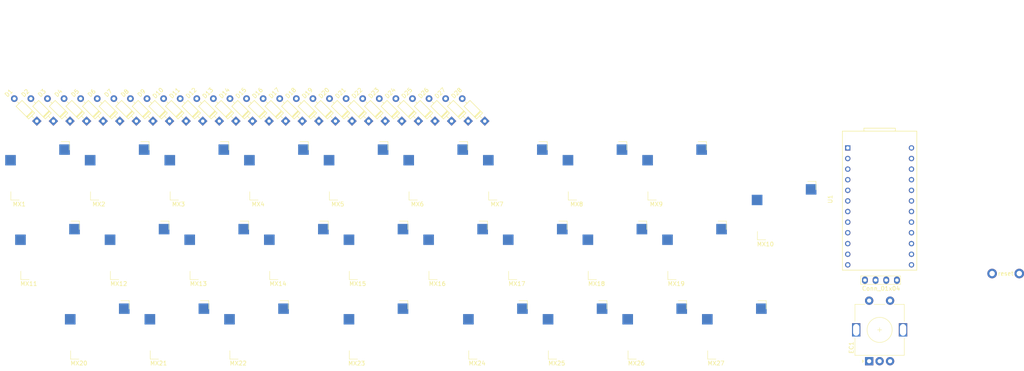
<source format=kicad_pcb>
(kicad_pcb (version 20211014) (generator pcbnew)
  (layers (0 "F.Cu" signal) (31 "B.Cu" signal) (34 "B.Paste" user) (35 "F.Paste" user) (36 "B.SilkS" user "B.Silkscreen") (37 "F.SilkS" user "F.Silkscreen") (38 "B.Mask" user) (39 "F.Mask" user) (44 "Edge.Cuts" user))
  (net 0 "")
  (net 1 "row0")
  (net 2 "Net-(D1-Pad2)")
  (net 3 "Net-(D2-Pad2)")
  (net 4 "Net-(D3-Pad2)")
  (net 5 "Net-(D4-Pad2)")
  (net 6 "Net-(D5-Pad2)")
  (net 7 "Net-(D6-Pad2)")
  (net 8 "row1")
  (net 9 "Net-(D7-Pad2)")
  (net 10 "Net-(D8-Pad2)")
  (net 11 "Net-(D9-Pad2)")
  (net 12 "Net-(D10-Pad2)")
  (net 13 "Net-(D11-Pad2)")
  (net 14 "Net-(D12-Pad2)")
  (net 15 "row2")
  (net 16 "Net-(D13-Pad2)")
  (net 17 "Net-(D14-Pad2)")
  (net 18 "Net-(D15-Pad2)")
  (net 19 "Net-(D16-Pad2)")
  (net 20 "Net-(D17-Pad2)")
  (net 21 "Net-(D18-Pad2)")
  (net 22 "row3")
  (net 23 "Net-(D19-Pad2)")
  (net 24 "Net-(D20-Pad2)")
  (net 25 "Net-(D21-Pad2)")
  (net 26 "Net-(D22-Pad2)")
  (net 27 "Net-(D23-Pad2)")
  (net 28 "Net-(D24-Pad2)")
  (net 29 "row4")
  (net 30 "Net-(D25-Pad2)")
  (net 31 "Net-(D26-Pad2)")
  (net 32 "Net-(D27-Pad2)")
  (net 33 "encrow")
  (net 34 "encB")
  (net 35 "encA")
  (net 36 "GND")
  (net 37 "enccol")
  (net 38 "VCC")
  (net 39 "scl")
  (net 40 "sda")
  (net 41 "col0")
  (net 42 "col1")
  (net 43 "col2")
  (net 44 "col4")
  (net 45 "col5")
  (net 46 "rst")
  (footprint "hannah_montana:diode" (layer "F.Cu") (at 84.1375 7.9375 135)
    (fp_text reference "D20" (at 9.499999 0 45 unlocked) (layer "F.SilkS"))
    (fp_text value "D_Small")
    (pad "1" thru_hole rect (at 0 0 135) (size 1.6 1.6) (drill 0.8) (layers *.Cu *.Mask) (net 22 "row3"))
    (pad "2" thru_hole oval (at 7.62 0 135) (size 1.6 1.6) (drill 0.8) (layers *.Cu *.Mask) (net 24 "Net-(D20-Pad2)"))
  )
  (footprint "hannah_montana:switch" (layer "F.Cu") (at 237.25625 44.45)
    (fp_text reference "SW1")
    (fp_text value "SW_Push")
    (fp_text user "reset" (at 3.25 0 unlocked) (layer "F.SilkS"))
    (pad "1" thru_hole circle (at 0 0) (size 2.3 2.3) (drill 1.3) (layers *.Cu *.Mask) (net 36 "GND"))
    (pad "2" thru_hole circle (at 6.5 0) (size 2.3 2.3) (drill 1.3) (layers *.Cu *.Mask) (net 46 "rst"))
  )
  (footprint "hannah_montana:2u" (layer "F.Cu") (at 90.4875 57.94375)
    (fp_text reference "MX23" (at -5.25 8.025 unlocked) (layer "F.SilkS"))
    (fp_text value "MX-NoLED")
    (pad "" np_thru_hole circle (at -3.81 -2.54) (size 3 3) (drill 3) (layers *.Cu *.Mask))
    (pad "" np_thru_hole circle (at -11.938 6.985) (size 3.048 3.048) (drill 3.048) (layers *.Cu *.Mask))
    (pad "" np_thru_hole circle (at 0 0) (size 3.9878 3.9878) (drill 3.9878) (layers *.Cu *.Mask))
    (pad "" np_thru_hole circle (at -5.08 0 48.0996) (size 1.75 1.75) (drill 1.75) (layers *.Cu *.Mask))
    (pad "" np_thru_hole circle (at -11.938 -8.255) (size 3.9878 3.9878) (drill 3.9878) (layers *.Cu *.Mask))
    (pad "" np_thru_hole circle (at 11.938 -8.255) (size 3.9878 3.9878) (drill 3.9878) (layers *.Cu *.Mask))
    (pad "" np_thru_hole circle (at 5.08 0 48.0996) (size 1.75 1.75) (drill 1.75) (layers *.Cu *.Mask))
    (pad "" np_thru_hole circle (at 2.54 -5.08) (size 3 3) (drill 3) (layers *.Cu *.Mask))
    (pad "" np_thru_hole circle (at 11.938 6.985) (size 3.048 3.048) (drill 3.048) (layers *.Cu *.Mask))
    (pad "1" smd rect (at -7.085 -2.54) (size 2.55 2.5) (layers "B.Cu" "B.Paste" "B.Mask") (net 44 "col4"))
    (pad "2" smd rect (at 5.842 -5.08) (size 2.55 2.5) (layers "B.Cu" "B.Paste" "B.Mask") (net 27 "Net-(D23-Pad2)"))
  )
  (footprint "hannah_montana:1u" (layer "F.Cu") (at 166.6875 38.89375)
    (fp_text reference "MX19" (at -5 8 unlocked) (layer "F.SilkS"))
    (fp_text value "MX-NoLED")
    (pad "" np_thru_hole circle (at 2.54 -5.08) (size 3 3) (drill 3) (layers *.Cu *.Mask))
    (pad "" np_thru_hole circle (at -3.81 -2.54) (size 3 3) (drill 3) (layers *.Cu *.Mask))
    (pad "" np_thru_hole circle (at -5.08 0 48.0996) (size 1.75 1.75) (drill 1.75) (layers *.Cu *.Mask))
    (pad "" np_thru_hole circle (at 5.08 0 48.0996) (size 1.75 1.75) (drill 1.75) (layers *.Cu *.Mask))
    (pad "" np_thru_hole circle (at 0 0) (size 3.9878 3.9878) (drill 3.9878) (layers *.Cu *.Mask))
    (pad "1" smd rect (at -7.085 -2.54) (size 2.55 2.5) (layers "B.Cu" "B.Paste" "B.Mask") (net 41 "col0"))
    (pad "2" smd rect (at 5.842 -5.08) (size 2.55 2.5) (layers "B.Cu" "B.Paste" "B.Mask") (net 23 "Net-(D19-Pad2)"))
  )
  (footprint "hannah_montana:diode" (layer "F.Cu") (at 72.23125 7.9375 135)
    (fp_text reference "D17" (at 9.5 0 45 unlocked) (layer "F.SilkS"))
    (fp_text value "D_Small")
    (pad "1" thru_hole rect (at 0 0 135) (size 1.6 1.6) (drill 0.8) (layers *.Cu *.Mask) (net 15 "row2"))
    (pad "2" thru_hole oval (at 7.62 0 135) (size 1.6 1.6) (drill 0.8) (layers *.Cu *.Mask) (net 20 "Net-(D17-Pad2)"))
  )
  (footprint "hannah_montana:diode" (layer "F.Cu") (at 12.7 7.9375 135)
    (fp_text reference "D2" (at 9.5 0 45 unlocked) (layer "F.SilkS"))
    (fp_text value "D_Small")
    (pad "1" thru_hole rect (at 0 0 135) (size 1.6 1.6) (drill 0.8) (layers *.Cu *.Mask) (net 1 "row0"))
    (pad "2" thru_hole oval (at 7.62 0 135) (size 1.6 1.6) (drill 0.8) (layers *.Cu *.Mask) (net 3 "Net-(D2-Pad2)"))
  )
  (footprint "hannah_montana:1u" (layer "F.Cu") (at 66.675 19.84375)
    (fp_text reference "MX4" (at -5 8 unlocked) (layer "F.SilkS"))
    (fp_text value "MX-NoLED")
    (pad "" np_thru_hole circle (at 5.08 0 48.0996) (size 1.75 1.75) (drill 1.75) (layers *.Cu *.Mask))
    (pad "" np_thru_hole circle (at 2.54 -5.08) (size 3 3) (drill 3) (layers *.Cu *.Mask))
    (pad "" np_thru_hole circle (at -3.81 -2.54) (size 3 3) (drill 3) (layers *.Cu *.Mask))
    (pad "" np_thru_hole circle (at 0 0) (size 3.9878 3.9878) (drill 3.9878) (layers *.Cu *.Mask))
    (pad "" np_thru_hole circle (at -5.08 0 48.0996) (size 1.75 1.75) (drill 1.75) (layers *.Cu *.Mask))
    (pad "1" smd rect (at -7.085 -2.54) (size 2.55 2.5) (layers "B.Cu" "B.Paste" "B.Mask") (net 37 "enccol"))
    (pad "2" smd rect (at 5.842 -5.08) (size 2.55 2.5) (layers "B.Cu" "B.Paste" "B.Mask") (net 5 "Net-(D4-Pad2)"))
  )
  (footprint "hannah_montana:diode" (layer "F.Cu") (at 44.45 7.9375 135)
    (fp_text reference "D10" (at 9.5 0 45 unlocked) (layer "F.SilkS"))
    (fp_text value "D_Small")
    (pad "1" thru_hole rect (at 0 0 135) (size 1.6 1.6) (drill 0.8) (layers *.Cu *.Mask) (net 8 "row1"))
    (pad "2" thru_hole oval (at 7.62 0 135) (size 1.6 1.6) (drill 0.8) (layers *.Cu *.Mask) (net 12 "Net-(D10-Pad2)"))
  )
  (footprint "hannah_montana:diode" (layer "F.Cu") (at 115.8875 7.9375 135)
    (fp_text reference "D28" (at 9.5 0 45 unlocked) (layer "F.SilkS"))
    (fp_text value "D_Small")
    (pad "1" thru_hole rect (at 0 0 135) (size 1.6 1.6) (drill 0.8) (layers *.Cu *.Mask) (net 29 "row4"))
    (pad "2" thru_hole oval (at 7.62 0 135) (size 1.6 1.6) (drill 0.8) (layers *.Cu *.Mask) (net 33 "encrow"))
  )
  (footprint "hannah_montana:diode" (layer "F.Cu") (at 56.35625 7.9375 135)
    (fp_text reference "D13" (at 9.5 0 45 unlocked) (layer "F.SilkS"))
    (fp_text value "D_Small")
    (pad "1" thru_hole rect (at 0 0 135) (size 1.6 1.6) (drill 0.8) (layers *.Cu *.Mask) (net 15 "row2"))
    (pad "2" thru_hole oval (at 7.62 0 135) (size 1.6 1.6) (drill 0.8) (layers *.Cu *.Mask) (net 16 "Net-(D13-Pad2)"))
  )
  (footprint "hannah_montana:1u" (layer "F.Cu") (at 104.775 19.84375)
    (fp_text reference "MX6" (at -5 8 unlocked) (layer "F.SilkS"))
    (fp_text value "MX-NoLED")
    (pad "" np_thru_hole circle (at 2.54 -5.08) (size 3 3) (drill 3) (layers *.Cu *.Mask))
    (pad "" np_thru_hole circle (at -3.81 -2.54) (size 3 3) (drill 3) (layers *.Cu *.Mask))
    (pad "" np_thru_hole circle (at -5.08 0 48.0996) (size 1.75 1.75) (drill 1.75) (layers *.Cu *.Mask))
    (pad "" np_thru_hole circle (at 5.08 0 48.0996) (size 1.75 1.75) (drill 1.75) (layers *.Cu *.Mask))
    (pad "" np_thru_hole circle (at 0 0) (size 3.9878 3.9878) (drill 3.9878) (layers *.Cu *.Mask))
    (pad "1" smd rect (at -7.085 -2.54) (size 2.55 2.5) (layers "B.Cu" "B.Paste" "B.Mask") (net 45 "col5"))
    (pad "2" smd rect (at 5.842 -5.08) (size 2.55 2.5) (layers "B.Cu" "B.Paste" "B.Mask") (net 7 "Net-(D6-Pad2)"))
  )
  (footprint "hannah_montana:diode" (layer "F.Cu") (at 32.54375 7.9375 135)
    (fp_text reference "D7" (at 9.5 0 45 unlocked) (layer "F.SilkS"))
    (fp_text value "D_Small")
    (pad "1" thru_hole rect (at 0 0 135) (size 1.6 1.6) (drill 0.8) (layers *.Cu *.Mask) (net 8 "row1"))
    (pad "2" thru_hole oval (at 7.62 0 135) (size 1.6 1.6) (drill 0.8) (layers *.Cu *.Mask) (net 9 "Net-(D7-Pad2)"))
  )
  (footprint "hannah_montana:1u" (layer "F.Cu") (at 61.9125 57.94375)
    (fp_text reference "MX22" (at -5 8 unlocked) (layer "F.SilkS"))
    (fp_text value "MX-NoLED")
    (pad "" np_thru_hole circle (at 0 0) (size 3.9878 3.9878) (drill 3.9878) (layers *.Cu *.Mask))
    (pad "" np_thru_hole circle (at 5.08 0 48.0996) (size 1.75 1.75) (drill 1.75) (layers *.Cu *.Mask))
    (pad "" np_thru_hole circle (at -3.81 -2.54) (size 3 3) (drill 3) (layers *.Cu *.Mask))
    (pad "" np_thru_hole circle (at 2.54 -5.08) (size 3 3) (drill 3) (layers *.Cu *.Mask))
    (pad "" np_thru_hole circle (at -5.08 0 48.0996) (size 1.75 1.75) (drill 1.75) (layers *.Cu *.Mask))
    (pad "1" smd rect (at -7.085 -2.54) (size 2.55 2.5) (layers "B.Cu" "B.Paste" "B.Mask") (net 37 "enccol"))
    (pad "2" smd rect (at 5.842 -5.08) (size 2.55 2.5) (layers "B.Cu" "B.Paste" "B.Mask") (net 26 "Net-(D22-Pad2)"))
  )
  (footprint "hannah_montana:diode" (layer "F.Cu") (at 16.66875 7.9375 135)
    (fp_text reference "D3" (at 9.5 0 45 unlocked) (layer "F.SilkS"))
    (fp_text value "D_Small")
    (pad "1" thru_hole rect (at 0 0 135) (size 1.6 1.6) (drill 0.8) (layers *.Cu *.Mask) (net 1 "row0"))
    (pad "2" thru_hole oval (at 7.62 0 135) (size 1.6 1.6) (drill 0.8) (layers *.Cu *.Mask) (net 4 "Net-(D3-Pad2)"))
  )
  (footprint "hannah_montana:diode" (layer "F.Cu") (at 8.73125 7.9375 135)
    (fp_text reference "D1" (at 9.5 0 45 unlocked) (layer "F.SilkS"))
    (fp_text value "D_Small")
    (pad "1" thru_hole rect (at 0 0 135) (size 1.6 1.6) (drill 0.8) (layers *.Cu *.Mask) (net 1 "row0"))
    (pad "2" thru_hole oval (at 7.62 0 135) (size 1.6 1.6) (drill 0.8) (layers *.Cu *.Mask) (net 2 "Net-(D1-Pad2)"))
  )
  (footprint "hannah_montana:diode" (layer "F.Cu") (at 52.3875 7.9375 135)
    (fp_text reference "D12" (at 9.5 0 45 unlocked) (layer "F.SilkS"))
    (fp_text value "D_Small")
    (pad "1" thru_hole rect (at 0 0 135) (size 1.6 1.6) (drill 0.8) (layers *.Cu *.Mask) (net 8 "row1"))
    (pad "2" thru_hole oval (at 7.62 0 135) (size 1.6 1.6) (drill 0.8) (layers *.Cu *.Mask) (net 14 "Net-(D12-Pad2)"))
  )
  (footprint "hannah_montana:1u" (layer "F.Cu") (at 147.6375 38.89375)
    (fp_text reference "MX18" (at -5 8 unlocked) (layer "F.SilkS"))
    (fp_text value "MX-NoLED")
    (pad "" np_thru_hole circle (at 5.08 0 48.0996) (size 1.75 1.75) (drill 1.75) (layers *.Cu *.Mask))
    (pad "" np_thru_hole circle (at -5.08 0 48.0996) (size 1.75 1.75) (drill 1.75) (layers *.Cu *.Mask))
    (pad "" np_thru_hole circle (at 2.54 -5.08) (size 3 3) (drill 3) (layers *.Cu *.Mask))
    (pad "" np_thru_hole circle (at -3.81 -2.54) (size 3 3) (drill 3) (layers *.Cu *.Mask))
    (pad "" np_thru_hole circle (at 0 0) (size 3.9878 3.9878) (drill 3.9878) (layers *.Cu *.Mask))
    (pad "1" smd rect (at -7.085 -2.54) (size 2.55 2.5) (layers "B.Cu" "B.Paste" "B.Mask") (net 45 "col5"))
    (pad "2" smd rect (at 5.842 -5.08) (size 2.55 2.5) (layers "B.Cu" "B.Paste" "B.Mask") (net 21 "Net-(D18-Pad2)"))
  )
  (footprint "hannah_montana:diode" (layer "F.Cu") (at 100.0125 7.9375 135)
    (fp_text reference "D24" (at 9.499999 0 45 unlocked) (layer "F.SilkS"))
    (fp_text value "D_Small")
    (pad "1" thru_hole rect (at 0 0 135) (size 1.6 1.6) (drill 0.8) (layers *.Cu *.Mask) (net 22 "row3"))
    (pad "2" thru_hole oval (at 7.62 0 135) (size 1.6 1.6) (drill 0.8) (layers *.Cu *.Mask) (net 28 "Net-(D24-Pad2)"))
  )
  (footprint "hannah_montana:diode" (layer "F.Cu") (at 68.2625 7.9375 135)
    (fp_text reference "D16" (at 9.5 0 45 unlocked) (layer "F.SilkS"))
    (fp_text value "D_Small")
    (pad "1" thru_hole rect (at 0 0 135) (size 1.6 1.6) (drill 0.8) (layers *.Cu *.Mask) (net 15 "row2"))
    (pad "2" thru_hole oval (at 7.62 0 135) (size 1.6 1.6) (drill 0.8) (layers *.Cu *.Mask) (net 19 "Net-(D16-Pad2)"))
  )
  (footprint "hannah_montana:1u" (layer "F.Cu") (at 23.8125 57.94375)
    (fp_text reference "MX20" (at -5 8 unlocked) (layer "F.SilkS"))
    (fp_text value "MX-NoLED")
    (pad "" np_thru_hole circle (at 2.54 -5.08) (size 3 3) (drill 3) (layers *.Cu *.Mask))
    (pad "" np_thru_hole circle (at 0 0) (size 3.9878 3.9878) (drill 3.9878) (layers *.Cu *.Mask))
    (pad "" np_thru_hole circle (at 5.08 0 48.0996) (size 1.75 1.75) (drill 1.75) (layers *.Cu *.Mask))
    (pad "" np_thru_hole circle (at -5.08 0 48.0996) (size 1.75 1.75) (drill 1.75) (layers *.Cu *.Mask))
    (pad "" np_thru_hole circle (at -3.81 -2.54) (size 3 3) (drill 3) (layers *.Cu *.Mask))
    (pad "1" smd rect (at -7.085 -2.54) (size 2.55 2.5) (layers "B.Cu" "B.Paste" "B.Mask") (net 42 "col1"))
    (pad "2" smd rect (at 5.842 -5.08) (size 2.55 2.5) (layers "B.Cu" "B.Paste" "B.Mask") (net 24 "Net-(D20-Pad2)"))
  )
  (footprint "hannah_montana:1u" (layer "F.Cu") (at 138.1125 57.94375)
    (fp_text reference "MX25" (at -5 8 unlocked) (layer "F.SilkS"))
    (fp_text value "MX-NoLED")
    (pad "" np_thru_hole circle (at -3.81 -2.54) (size 3 3) (drill 3) (layers *.Cu *.Mask))
    (pad "" np_thru_hole circle (at -5.08 0 48.0996) (size 1.75 1.75) (drill 1.75) (layers *.Cu *.Mask))
    (pad "" np_thru_hole circle (at 2.54 -5.08) (size 3 3) (drill 3) (layers *.Cu *.Mask))
    (pad "" np_thru_hole circle (at 0 0) (size 3.9878 3.9878) (drill 3.9878) (layers *.Cu *.Mask))
    (pad "" np_thru_hole circle (at 5.08 0 48.0996) (size 1.75 1.75) (drill 1.75) (layers *.Cu *.Mask))
    (pad "1" smd rect (at -7.085 -2.54) (size 2.55 2.5) (layers "B.Cu" "B.Paste" "B.Mask") (net 41 "col0"))
    (pad "2" smd rect (at 5.842 -5.08) (size 2.55 2.5) (layers "B.Cu" "B.Paste" "B.Mask") (net 30 "Net-(D25-Pad2)"))
  )
  (footprint "hannah_montana:1u" (layer "F.Cu") (at 90.4875 38.89375)
    (fp_text reference "MX15" (at -5 8 unlocked) (layer "F.SilkS"))
    (fp_text value "MX-NoLED")
    (pad "" np_thru_hole circle (at 5.08 0 48.0996) (size 1.75 1.75) (drill 1.75) (layers *.Cu *.Mask))
    (pad "" np_thru_hole circle (at -3.81 -2.54) (size 3 3) (drill 3) (layers *.Cu *.Mask))
    (pad "" np_thru_hole circle (at 0 0) (size 3.9878 3.9878) (drill 3.9878) (layers *.Cu *.Mask))
    (pad "" np_thru_hole circle (at -5.08 0 48.0996) (size 1.75 1.75) (drill 1.75) (layers *.Cu *.Mask))
    (pad "" np_thru_hole circle (at 2.54 -5.08) (size 3 3) (drill 3) (layers *.Cu *.Mask))
    (pad "1" smd rect (at -7.085 -2.54) (size 2.55 2.5) (layers "B.Cu" "B.Paste" "B.Mask") (net 43 "col2"))
    (pad "2" smd rect (at 5.842 -5.08) (size 2.55 2.5) (layers "B.Cu" "B.Paste" "B.Mask") (net 18 "Net-(D15-Pad2)"))
  )
  (footprint "hannah_montana:1u" (layer "F.Cu") (at 128.5875 38.89375)
    (fp_text reference "MX17" (at -5 8 unlocked) (layer "F.SilkS"))
    (fp_text value "MX-NoLED")
    (pad "" np_thru_hole circle (at -3.81 -2.54) (size 3 3) (drill 3) (layers *.Cu *.Mask))
    (pad "" np_thru_hole circle (at -5.08 0 48.0996) (size 1.75 1.75) (drill 1.75) (layers *.Cu *.Mask))
    (pad "" np_thru_hole circle (at 5.08 0 48.0996) (size 1.75 1.75) (drill 1.75) (layers *.Cu *.Mask))
    (pad "" np_thru_hole circle (at 2.54 -5.08) (size 3 3) (drill 3) (layers *.Cu *.Mask))
    (pad "" np_thru_hole circle (at 0 0) (size 3.9878 3.9878) (drill 3.9878) (layers *.Cu *.Mask))
    (pad "1" smd rect (at -7.085 -2.54) (size 2.55 2.5) (layers "B.Cu" "B.Paste" "B.Mask") (net 44 "col4"))
    (pad "2" smd rect (at 5.842 -5.08) (size 2.55 2.5) (layers "B.Cu" "B.Paste" "B.Mask") (net 20 "Net-(D17-Pad2)"))
  )
  (footprint "hannah_montana:1u" (layer "F.Cu") (at 47.625 19.84375)
    (fp_text reference "MX3" (at -5 8 unlocked) (layer "F.SilkS"))
    (fp_text value "MX-NoLED")
    (pad "" np_thru_hole circle (at 5.08 0 48.0996) (size 1.75 1.75) (drill 1.75) (layers *.Cu *.Mask))
    (pad "" np_thru_hole circle (at -5.08 0 48.0996) (size 1.75 1.75) (drill 1.75) (layers *.Cu *.Mask))
    (pad "" np_thru_hole circle (at 2.54 -5.08) (size 3 3) (drill 3) (layers *.Cu *.Mask))
    (pad "" np_thru_hole circle (at -3.81 -2.54) (size 3 3) (drill 3) (layers *.Cu *.Mask))
    (pad "" np_thru_hole circle (at 0 0) (size 3.9878 3.9878) (drill 3.9878) (layers *.Cu *.Mask))
    (pad "1" smd rect (at -7.085 -2.54) (size 2.55 2.5) (layers "B.Cu" "B.Paste" "B.Mask") (net 43 "col2"))
    (pad "2" smd rect (at 5.842 -5.08) (size 2.55 2.5) (layers "B.Cu" "B.Paste" "B.Mask") (net 4 "Net-(D3-Pad2)"))
  )
  (footprint "hannah_montana:1u" (layer "F.Cu") (at 42.8625 57.94375)
    (fp_text reference "MX21" (at -5 8 unlocked) (layer "F.SilkS"))
    (fp_text value "MX-NoLED")
    (pad "" np_thru_hole circle (at 2.54 -5.08) (size 3 3) (drill 3) (layers *.Cu *.Mask))
    (pad "" np_thru_hole circle (at -5.08 0 48.0996) (size 1.75 1.75) (drill 1.75) (layers *.Cu *.Mask))
    (pad "" np_thru_hole circle (at 0 0) (size 3.9878 3.9878) (drill 3.9878) (layers *.Cu *.Mask))
    (pad "" np_thru_hole circle (at -3.81 -2.54) (size 3 3) (drill 3) (layers *.Cu *.Mask))
    (pad "" np_thru_hole circle (at 5.08 0 48.0996) (size 1.75 1.75) (drill 1.75) (layers *.Cu *.Mask))
    (pad "1" smd rect (at -7.085 -2.54) (size 2.55 2.5) (layers "B.Cu" "B.Paste" "B.Mask") (net 43 "col2"))
    (pad "2" smd rect (at 5.842 -5.08) (size 2.55 2.5) (layers "B.Cu" "B.Paste" "B.Mask") (net 25 "Net-(D21-Pad2)"))
  )
  (footprint "hannah_montana:1u" (layer "F.Cu") (at 176.2125 57.94375)
    (fp_text reference "MX27" (at -5 8 unlocked) (layer "F.SilkS"))
    (fp_text value "MX-NoLED")
    (pad "" np_thru_hole circle (at 2.54 -5.08) (size 3 3) (drill 3) (layers *.Cu *.Mask))
    (pad "" np_thru_hole circle (at -3.81 -2.54) (size 3 3) (drill 3) (layers *.Cu *.Mask))
    (pad "" np_thru_hole circle (at 0 0) (size 3.9878 3.9878) (drill 3.9878) (layers *.Cu *.Mask))
    (pad "" np_thru_hole circle (at -5.08 0 48.0996) (size 1.75 1.75) (drill 1.75) (layers *.Cu *.Mask))
    (pad "" np_thru_hole circle (at 5.08 0 48.0996) (size 1.75 1.75) (drill 1.75) (layers *.Cu *.Mask))
    (pad "1" smd rect (at -7.085 -2.54) (size 2.55 2.5) (layers "B.Cu" "B.Paste" "B.Mask") (net 43 "col2"))
    (pad "2" smd rect (at 5.842 -5.08) (size 2.55 2.5) (layers "B.Cu" "B.Paste" "B.Mask") (net 32 "Net-(D27-Pad2)"))
  )
  (footprint "hannah_montana:diode" (layer "F.Cu") (at 48.41875 7.9375 135)
    (fp_text reference "D11" (at 9.5 0 45 unlocked) (layer "F.SilkS"))
    (fp_text value "D_Small")
    (pad "1" thru_hole rect (at 0 0 135) (size 1.6 1.6) (drill 0.8) (layers *.Cu *.Mask) (net 8 "row1"))
    (pad "2" thru_hole oval (at 7.62 0 135) (size 1.6 1.6) (drill 0.8) (layers *.Cu *.Mask) (net 13 "Net-(D11-Pad2)"))
  )
  (footprint "hannah_montana:1u" (layer "F.Cu") (at 142.875 19.84375)
    (fp_text reference "MX8" (at -5 8 unlocked) (layer "F.SilkS"))
    (fp_text value "MX-NoLED")
    (pad "" np_thru_hole circle (at -5.08 0 48.0996) (size 1.75 1.75) (drill 1.75) (layers *.Cu *.Mask))
    (pad "" np_thru_hole circle (at 0 0) (size 3.9878 3.9878) (drill 3.9878) (layers *.Cu *.Mask))
    (pad "" np_thru_hole circle (at 5.08 0 48.0996) (size 1.75 1.75) (drill 1.75) (layers *.Cu *.Mask))
    (pad "" np_thru_hole circle (at -3.81 -2.54) (size 3 3) (drill 3) (layers *.Cu *.Mask))
    (pad "" np_thru_hole circle (at 2.54 -5.08) (size 3 3) (drill 3) (layers *.Cu *.Mask))
    (pad "1" smd rect (at -7.085 -2.54) (size 2.55 2.5) (layers "B.Cu" "B.Paste" "B.Mask") (net 42 "col1"))
    (pad "2" smd rect (at 5.842 -5.08) (size 2.55 2.5) (layers "B.Cu" "B.Paste" "B.Mask") (net 10 "Net-(D8-Pad2)"))
  )
  (footprint "hannah_montana:1u" (layer "F.Cu") (at 52.3875 38.89375)
    (fp_text reference "MX13" (at -5 8 unlocked) (layer "F.SilkS"))
    (fp_text value "MX-NoLED")
    (pad "" np_thru_hole circle (at 5.08 0 48.0996) (size 1.75 1.75) (drill 1.75) (layers *.Cu *.Mask))
    (pad "" np_thru_hole circle (at -3.81 -2.54) (size 3 3) (drill 3) (layers *.Cu *.Mask))
    (pad "" np_thru_hole circle (at 2.54 -5.08) (size 3 3) (drill 3) (layers *.Cu *.Mask))
    (pad "" np_thru_hole circle (at 0 0) (size 3.9878 3.9878) (drill 3.9878) (layers *.Cu *.Mask))
    (pad "" np_thru_hole circle (at -5.08 0 48.0996) (size 1.75 1.75) (drill 1.75) (layers *.Cu *.Mask))
    (pad "1" smd rect (at -7.085 -2.54) (size 2.55 2.5) (layers "B.Cu" "B.Paste" "B.Mask") (net 41 "col0"))
    (pad "2" smd rect (at 5.842 -5.08) (size 2.55 2.5) (layers "B.Cu" "B.Paste" "B.Mask") (net 16 "Net-(D13-Pad2)"))
  )
  (footprint "hannah_montana:1u" (layer "F.Cu") (at 28.575 19.84375)
    (fp_text reference "MX2" (at -5 8 unlocked) (layer "F.SilkS"))
    (fp_text value "MX-NoLED")
    (pad "" np_thru_hole circle (at 0 0) (size 3.9878 3.9878) (drill 3.9878) (layers *.Cu *.Mask))
    (pad "" np_thru_hole circle (at 5.08 0 48.0996) (size 1.75 1.75) (drill 1.75) (layers *.Cu *.Mask))
    (pad "" np_thru_hole circle (at -5.08 0 48.0996) (size 1.75 1.75) (drill 1.75) (layers *.Cu *.Mask))
    (pad "" np_thru_hole circle (at -3.81 -2.54) (size 3 3) (drill 3) (layers *.Cu *.Mask))
    (pad "" np_thru_hole circle (at 2.54 -5.08) (size 3 3) (drill 3) (layers *.Cu *.Mask))
    (pad "1" smd rect (at -7.085 -2.54) (size 2.55 2.5) (layers "B.Cu" "B.Paste" "B.Mask") (net 42 "col1"))
    (pad "2" smd rect (at 5.842 -5.08) (size 2.55 2.5) (layers "B.Cu" "B.Paste" "B.Mask") (net 3 "Net-(D2-Pad2)"))
  )
  (footprint "hannah_montana:1u" (layer "F.Cu") (at 123.825 19.84375)
    (fp_text reference "MX7" (at -5 8 unlocked) (layer "F.SilkS"))
    (fp_text value "MX-NoLED")
    (pad "" np_thru_hole circle (at 2.54 -5.08) (size 3 3) (drill 3) (layers *.Cu *.Mask))
    (pad "" np_thru_hole circle (at 5.08 0 48.0996) (size 1.75 1.75) (drill 1.75) (layers *.Cu *.Mask))
    (pad "" np_thru_hole circle (at -3.81 -2.54) (size 3 3) (drill 3) (layers *.Cu *.Mask))
    (pad "" np_thru_hole circle (at -5.08 0 48.0996) (size 1.75 1.75) (drill 1.75) (layers *.Cu *.Mask))
    (pad "" np_thru_hole circle (at 0 0) (size 3.9878 3.9878) (drill 3.9878) (layers *.Cu *.Mask))
    (pad "1" smd rect (at -7.085 -2.54) (size 2.55 2.5) (layers "B.Cu" "B.Paste" "B.Mask") (net 41 "col0"))
    (pad "2" smd rect (at 5.842 -5.08) (size 2.55 2.5) (layers "B.Cu" "B.Paste" "B.Mask") (net 9 "Net-(D7-Pad2)"))
  )
  (footprint "hannah_montana:diode" (layer "F.Cu") (at 111.91875 7.9375 135)
    (fp_text reference "D27" (at 9.499999 0 45 unlocked) (layer "F.SilkS"))
    (fp_text value "D_Small")
    (pad "1" thru_hole rect (at 0 0 135) (size 1.6 1.6) (drill 0.8) (layers *.Cu *.Mask) (net 29 "row4"))
    (pad "2" thru_hole oval (at 7.62 0 135) (size 1.6 1.6) (drill 0.8) (layers *.Cu *.Mask) (net 32 "Net-(D27-Pad2)"))
  )
  (footprint "hannah_montana:diode" (layer "F.Cu") (at 40.48125 7.9375 135)
    (fp_text reference "D9" (at 9.5 0 45 unlocked) (layer "F.SilkS"))
    (fp_text value "D_Small")
    (pad "1" thru_hole rect (at 0 0 135) (size 1.6 1.6) (drill 0.8) (layers *.Cu *.Mask) (net 8 "row1"))
    (pad "2" thru_hole oval (at 7.62 0 135) (size 1.6 1.6) (drill 0.8) (layers *.Cu *.Mask) (net 11 "Net-(D9-Pad2)"))
  )
  (footprint "hannah_montana:1u" (layer "F.Cu") (at 85.725 19.84375)
    (fp_text reference "MX5" (at -5 8 unlocked) (layer "F.SilkS"))
    (fp_text value "MX-NoLED")
    (pad "" np_thru_hole circle (at 2.54 -5.08) (size 3 3) (drill 3) (layers *.Cu *.Mask))
    (pad "" np_thru_hole circle (at -5.08 0 48.0996) (size 1.75 1.75) (drill 1.75) (layers *.Cu *.Mask))
    (pad "" np_thru_hole circle (at 5.08 0 48.0996) (size 1.75 1.75) (drill 1.75) (layers *.Cu *.Mask))
    (pad "" np_thru_hole circle (at -3.81 -2.54) (size 3 3) (drill 3) (layers *.Cu *.Mask))
    (pad "" np_thru_hole circle (at 0 0) (size 3.9878 3.9878) (drill 3.9878) (layers *.Cu *.Mask))
    (pad "1" smd rect (at -7.085 -2.54) (size 2.55 2.5) (layers "B.Cu" "B.Paste" "B.Mask") (net 44 "col4"))
    (pad "2" smd rect (at 5.842 -5.08) (size 2.55 2.5) (layers "B.Cu" "B.Paste" "B.Mask") (net 6 "Net-(D5-Pad2)"))
  )
  (footprint "hannah_montana:diode" (layer "F.Cu") (at 103.98125 7.9375 135)
    (fp_text reference "D25" (at 9.499999 0 45 unlocked) (layer "F.SilkS"))
    (fp_text value "D_Small")
    (pad "1" thru_hole rect (at 0 0 135) (size 1.6 1.6) (drill 0.8) (layers *.Cu *.Mask) (net 29 "row4"))
    (pad "2" thru_hole oval (at 7.62 0 135) (size 1.6 1.6) (drill 0.8) (layers *.Cu *.Mask) (net 30 "Net-(D25-Pad2)"))
  )
  (footprint "hannah_montana:1u" (layer "F.Cu") (at 157.1625 57.94375)
    (fp_text reference "MX26" (at -5 8 unlocked) (layer "F.SilkS"))
    (fp_text value "MX-NoLED")
    (pad "" np_thru_hole circle (at 0 0) (size 3.9878 3.9878) (drill 3.9878) (layers *.Cu *.Mask))
    (pad "" np_thru_hole circle (at 2.54 -5.08) (size 3 3) (drill 3) (layers *.Cu *.Mask))
    (pad "" np_thru_hole circle (at 5.08 0 48.0996) (size 1.75 1.75) (drill 1.75) (layers *.Cu *.Mask))
    (pad "" np_thru_hole circle (at -5.08 0 48.0996) (size 1.75 1.75) (drill 1.75) (layers *.Cu *.Mask))
    (pad "" np_thru_hole circle (at -3.81 -2.54) (size 3 3) (drill 3) (layers *.Cu *.Mask))
    (pad "1" smd rect (at -7.085 -2.54) (size 2.55 2.5) (layers "B.Cu" "B.Paste" "B.Mask") (net 42 "col1"))
    (pad "2" smd rect (at 5.842 -5.08) (size 2.55 2.5) (layers "B.Cu" "B.Paste" "B.Mask") (net 31 "Net-(D26-Pad2)"))
  )
  (footprint "hannah_montana:1.25u" (layer "F.Cu") (at 11.90625 38.89375)
    (fp_text reference "MX11" (at -5.09375 8 unlocked) (layer "F.SilkS"))
    (fp_text value "MX-NoLED")
    (pad "" np_thru_hole circle (at 5.08 0 48.0996) (size 1.75 1.75) (drill 1.75) (layers *.Cu *.Mask))
    (pad "" np_thru_hole circle (at 0 0) (size 3.9878 3.9878) (drill 3.9878) (layers *.Cu *.Mask))
    (pad "" np_thru_hole circle (at -3.81 -2.54) (size 3 3) (drill 3) (layers *.Cu *.Mask))
    (pad "" np_thru_hole circle (at -5.08 0 48.0996) (size 1.75 1.75) (drill 1.75) (layers *.Cu *.Mask))
    (pad "" np_thru_hole circle (at 2.54 -5.08) (size 3 3) (drill 3) (layers *.Cu *.Mask))
    (pad "1" smd rect (at -7.085 -2.54) (size 2.55 2.5) (layers "B.Cu" "B.Paste" "B.Mask") (net 44 "col4"))
    (pad "2" smd rect (at 5.842 -5.08) (size 2.55 2.5) (layers "B.Cu" "B.Paste" "B.Mask") (net 13 "Net-(D11-Pad2)"))
  )
  (footprint "hannah_montana:oled" (layer "F.Cu") (at 206.83125 46.0375)
    (fp_text reference "J1")
    (fp_text value "Conn_01x04" (at 3.85 2 unlocked) (layer "F.SilkS"))
    (pad "1" thru_hole oval (at 0 0) (size 1.397 1.778) (drill 0.813) (layers *.Cu "B.Mask") (net 36 "GND"))
    (pad "2" thru_hole oval (at 2.55 0) (size 1.397 1.778) (drill 0.813) (layers *.Cu "B.Mask") (net 38 "VCC"))
    (pad "3" thru_hole oval (at 5.1 0) (size 1.397 1.778) (drill 0.813) (layers *.Cu "B.Mask") (net 39 "scl"))
    (pad "4" thru_hole oval (at 7.65 0) (size 1.397 1.778) (drill 0.813) (layers *.Cu "B.Mask") (net 40 "sda"))
  )
  (footprint "hannah_montana:diode" (layer "F.Cu") (at 92.075 7.9375 135)
    (fp_text reference "D22" (at 9.499999 0 45 unlocked) (layer "F.SilkS"))
    (fp_text value "D_Small")
    (pad "1" thru_hole rect (at 0 0 135) (size 1.6 1.6) (drill 0.8) (layers *.Cu *.Mask) (net 22 "row3"))
    (pad "2" thru_hole oval (at 7.62 0 135) (size 1.6 1.6) (drill 0.8) (layers *.Cu *.Mask) (net 26 "Net-(D22-Pad2)"))
  )
  (footprint "hannah_montana:iso" (layer "F.Cu") (at 188.11875 29.36875)
    (fp_text reference "MX10" (at -5.09375 8.05 unlocked) (layer "F.SilkS"))
    (fp_text value "MX-NoLED")
    (pad "" np_thru_hole circle (at 0 0) (size 3.9878 3.9878) (drill 3.9878) (layers *.Cu *.Mask))
    (pad "" np_thru_hole circle (at 8.255 11.938) (size 3.9878 3.9878) (drill 3.9878) (layers *.Cu *.Mask))
    (pad "" np_thru_hole circle (at 2.54 -5.08) (size 3 3) (drill 3) (layers *.Cu *.Mask))
    (pad "" np_thru_hole circle (at -5.08 0 48.0996) (size 1.75 1.75) (drill 1.75) (layers *.Cu *.Mask))
    (pad "" np_thru_hole circle (at -3.81 -2.54) (size 3 3) (drill 3) (layers *.Cu *.Mask))
    (pad "" np_thru_hole circle (at -6.985 11.938) (size 3.048 3.048) (drill 3.048) (layers *.Cu *.Mask))
    (pad "" np_thru_hole circle (at 5.08 0 48.0996) (size 1.75 1.75) (drill 1.75) (layers *.Cu *.Mask))
    (pad "" np_thru_hole circle (at 8.255 -11.938) (size 3.9878 3.9878) (drill 3.9878) (layers *.Cu *.Mask))
    (pad "" np_thru_hole circle (at -6.985 -11.938) (size 3.048 3.048) (drill 3.048) (layers *.Cu *.Mask))
    (pad "1" smd rect (at -7.085 -2.54) (size 2.55 2.5) (layers "B.Cu" "B.Paste" "B.Mask") (net 37 "enccol"))
    (pad "2" smd rect (at 5.842 -5.08) (size 2.55 2.5) (layers "B.Cu" "B.Paste" "B.Mask") (net 12 "Net-(D10-Pad2)"))
  )
  (footprint "hannah_montana:1u" (layer "F.Cu") (at 119.0625 57.94375)
    (fp_text reference "MX24" (at -5 8 unlocked) (layer "F.SilkS"))
    (fp_text value "MX-NoLED")
    (pad "" np_thru_hole circle (at -3.81 -2.54) (size 3 3) (drill 3) (layers *.Cu *.Mask))
    (pad "" np_thru_hole circle (at -5.08 0 48.0996) (size 1.75 1.75) (drill 1.75) (layers *.Cu *.Mask))
    (pad "" np_thru_hole circle (at 5.08 0 48.0996) (size 1.75 1.75) (drill 1.75) (layers *.Cu *.Mask))
    (pad "" np_thru_hole circle (at 0 0) (size 3.9878 3.9878) (drill 3.9878) (layers *.Cu *.Mask))
    (pad "" np_thru_hole circle (at 2.54 -5.08) (size 3 3) (drill 3) (layers *.Cu *.Mask))
    (pad "1" smd rect (at -7.085 -2.54) (size 2.55 2.5) (layers "B.Cu" "B.Paste" "B.Mask") (net 45 "col5"))
    (pad "2" smd rect (at 5.842 -5.08) (size 2.55 2.5) (layers "B.Cu" "B.Paste" "B.Mask") (net 28 "Net-(D24-Pad2)"))
  )
  (footprint "hannah_montana:diode" (layer "F.Cu") (at 60.325 7.9375 135)
    (fp_text reference "D14" (at 9.5 0 45 unlocked) (layer "F.SilkS"))
    (fp_text value "D_Small")
    (pad "1" thru_hole rect (at 0 0 135) (size 1.6 1.6) (drill 0.8) (layers *.Cu *.Mask) (net 15 "row2"))
    (pad "2" thru_hole oval (at 7.62 0 135) (size 1.6 1.6) (drill 0.8) (layers *.Cu *.Mask) (net 17 "Net-(D14-Pad2)"))
  )
  (footprint "hannah_montana:1u" (layer "F.Cu") (at 71.4375 38.89375)
    (fp_text reference "MX14" (at -5 8 unlocked) (layer "F.SilkS"))
    (fp_text value "MX-NoLED")
    (pad "" np_thru_hole circle (at -3.81 -2.54) (size 3 3) (drill 3) (layers *.Cu *.Mask))
    (pad "" np_thru_hole circle (at 5.08 0 48.0996) (size 1.75 1.75) (drill 1.75) (layers *.Cu *.Mask))
    (pad "" np_thru_hole circle (at -5.08 0 48.0996) (size 1.75 1.75) (drill 1.75) (layers *.Cu *.Mask))
    (pad "" np_thru_hole circle (at 0 0) (size 3.9878 3.9878) (drill 3.9878) (layers *.Cu *.Mask))
    (pad "" np_thru_hole circle (at 2.54 -5.08) (size 3 3) (drill 3) (layers *.Cu *.Mask))
    (pad "1" smd rect (at -7.085 -2.54) (size 2.55 2.5) (layers "B.Cu" "B.Paste" "B.Mask") (net 42 "col1"))
    (pad "2" smd rect (at 5.842 -5.08) (size 2.55 2.5) (layers "B.Cu" "B.Paste" "B.Mask") (net 17 "Net-(D14-Pad2)"))
  )
  (footprint "hannah_montana:encoder" (layer "F.Cu") (at 210.34375 57.94375 90)
    (fp_text reference "EC1" (at -4.25 -6.75 90 unlocked) (layer "F.SilkS"))
    (fp_text value "RotaryEncoder_Switch")
    (pad "A" thru_hole rect (at -7.5 -2.5 90) (size 2 2) (drill 1) (layers *.Cu *.Mask) (net 34 "encB"))
    (pad "B" thru_hole circle (at -7.5 2.5 90) (size 2 2) (drill 1) (layers *.Cu *.Mask) (net 35 "encA"))
    (pad "C" thru_hole circle (at -7.5 0 90) (size 2 2) (drill 1) (layers *.Cu *.Mask) (net 36 "GND"))
    (pad "MP" thru_hole rect (at 0 -5.6 90) (size 3.2 2) (drill oval 2.8 1.5) (layers *.Cu *.Mask))
    (pad "MP" thru_hole rect (at 0 5.6 90) (size 3.2 2) (drill oval 2.8 1.5) (layers *.Cu *.Mask))
    (pad "S1" thru_hole circle (at 7 2.5 90) (size 2 2) (drill 1) (layers *.Cu *.Mask) (net 33 "encrow"))
    (pad "S2" thru_hole circle (at 7 -2.5 90) (size 2 2) (drill 1) (layers *.Cu *.Mask) (net 37 "enccol"))
  )
  (footprint "hannah_montana:1u" (layer "F.Cu") (at 33.3375 38.89375)
    (fp_text reference "MX12" (at -5 8 unlocked) (layer "F.SilkS"))
    (fp_text value "MX-NoLED")
    (pad "" np_thru_hole circle (at 0 0) (size 3.9878 3.9878) (drill 3.9878) (layers *.Cu *.Mask))
    (pad "" np_thru_hole circle (at -5.08 0 48.0996) (size 1.75 1.75) (drill 1.75) (layers *.Cu *.Mask))
    (pad "" np_thru_hole circle (at 2.54 -5.08) (size 3 3) (drill 3) (layers *.Cu *.Mask))
    (pad "" np_thru_hole circle (at 5.08 0 48.0996) (size 1.75 1.75) (drill 1.75) (layers *.Cu *.Mask))
    (pad "" np_thru_hole circle (at -3.81 -2.54) (size 3 3) (drill 3) (layers *.Cu *.Mask))
    (pad "1" smd rect (at -7.085 -2.54) (size 2.55 2.5) (layers "B.Cu" "B.Paste" "B.Mask") (net 45 "col5"))
    (pad "2" smd rect (at 5.842 -5.08) (size 2.55 2.5) (layers "B.Cu" "B.Paste" "B.Mask") (net 14 "Net-(D12-Pad2)"))
  )
  (footprint "hannah_montana:diode" (layer "F.Cu") (at 96.04375 7.9375 135)
    (fp_text reference "D23" (at 9.499999 0 45 unlocked) (layer "F.SilkS"))
    (fp_text value "D_Small")
    (pad "1" thru_hole rect (at 0 0 135) (size 1.6 1.6) (drill 0.8) (layers *.Cu *.Mask) (net 22 "row3"))
    (pad "2" thru_hole oval (at 7.62 0 135) (size 1.6 1.6) (drill 0.8) (layers *.Cu *.Mask) (net 27 "Net-(D23-Pad2)"))
  )
  (footprint "hannah_montana:diode" (layer "F.Cu") (at 20.6375 7.9375 135)
    (fp_text reference "D4" (at 9.5 0 45 unlocked) (layer "F.SilkS"))
    (fp_text value "D_Small")
    (pad "1" thru_hole rect (at 0 0 135) (size 1.6 1.6) (drill 0.8) (layers *.Cu *.Mask) (net 1 "row0"))
    (pad "2" thru_hole oval (at 7.62 0 135) (size 1.6 1.6) (drill 0.8) (layers *.Cu *.Mask) (net 5 "Net-(D4-Pad2)"))
  )
  (footprint "hannah_montana:diode" (layer "F.Cu") (at 80.16875 7.9375 135)
    (fp_text reference "D19" (at 9.499999 0 45 unlocked) (layer "F.SilkS"))
    (fp_text value "D_Small")
    (pad "1" thru_hole rect (at 0 0 135) (size 1.6 1.6) (drill 0.8) (layers *.Cu *.Mask) (net 22 "row3"))
    (pad "2" thru_hole oval (at 7.62 0 135) (size 1.6 1.6) (drill 0.8) (layers *.Cu *.Mask) (net 23 "Net-(D19-Pad2)"))
  )
  (footprint "hannah_montana:1u" (layer "F.Cu") (at 161.925 19.84375)
    (fp_text reference "MX9" (at -5 8 unlocked) (layer "F.SilkS"))
    (fp_text value "MX-NoLED")
    (pad "" np_thru_hole circle (at 2.54 -5.08) (size 3 3) (drill 3) (layers *.Cu *.Mask))
    (pad "" np_thru_hole circle (at -3.81 -2.54) (size 3 3) (drill 3) (layers *.Cu *.Mask))
    (pad "" np_thru_hole circle (at 0 0) (size 3.9878 3.9878) (drill 3.9878) (layers *.Cu *.Mask))
    (pad "" np_thru_hole circle (at -5.08 0 48.0996) (size 1.75 1.75) (drill 1.75) (layers *.Cu *.Mask))
    (pad "" np_thru_hole circle (at 5.08 0 48.0996) (size 1.75 1.75) (drill 1.75) (layers *.Cu *.Mask))
    (pad "1" smd rect (at -7.085 -2.54) (size 2.55 2.5) (layers "B.Cu" "B.Paste" "B.Mask") (net 43 "col2"))
    (pad "2" smd rect (at 5.842 -5.08) (size 2.55 2.5) (layers "B.Cu" "B.Paste" "B.Mask") (net 11 "Net-(D9-Pad2)"))
  )
  (footprint "hannah_montana:diode" (layer "F.Cu") (at 88.10625 7.9375 135)
    (fp_text reference "D21" (at 9.499999 0 45 unlocked) (layer "F.SilkS"))
    (fp_text value "D_Small")
    (pad "1" thru_hole rect (at 0 0 135) (size 1.6 1.6) (drill 0.8) (layers *.Cu *.Mask) (net 22 "row3"))
    (pad "2" thru_hole oval (at 7.62 0 135) (size 1.6 1.6) (drill 0.8) (layers *.Cu *.Mask) (net 25 "Net-(D21-Pad2)"))
  )
  (footprint "hannah_montana:1u" (layer "F.Cu") (at 109.5375 38.89375)
    (fp_text reference "MX16" (at -5 8 unlocked) (layer "F.SilkS"))
    (fp_text value "MX-NoLED")
    (pad "" np_thru_hole circle (at 0 0) (size 3.9878 3.9878) (drill 3.9878) (layers *.Cu *.Mask))
    (pad "" np_thru_hole circle (at 2.54 -5.08) (size 3 3) (drill 3) (layers *.Cu *.Mask))
    (pad "" np_thru_hole circle (at -3.81 -2.54) (size 3 3) (drill 3) (layers *.Cu *.Mask))
    (pad "" np_thru_hole circle (at 5.08 0 48.0996) (size 1.75 1.75) (drill 1.75) (layers *.Cu *.Mask))
    (pad "" np_thru_hole circle (at -5.08 0 48.0996) (size 1.75 1.75) (drill 1.75) (layers *.Cu *.Mask))
    (pad "1" smd rect (at -7.085 -2.54) (size 2.55 2.5) (layers "B.Cu" "B.Paste" "B.Mask") (net 37 "enccol"))
    (pad "2" smd rect (at 5.842 -5.08) (size 2.55 2.5) (layers "B.Cu" "B.Paste" "B.Mask") (net 19 "Net-(D16-Pad2)"))
  )
  (footprint "hannah_montana:diode" (layer "F.Cu") (at 36.5125 7.9375 135)
    (fp_text reference "D8" (at 9.5 0 45 unlocked) (layer "F.SilkS"))
    (fp_text value "D_Small")
    (pad "1" thru_hole rect (at 0 0 135) (size 1.6 1.6) (drill 0.8) (layers *.Cu *.Mask) (net 8 "row1"))
    (pad "2" thru_hole oval (at 7.62 0 135) (size 1.6 1.6) (drill 0.8) (layers *.Cu *.Mask) (net 10 "Net-(D8-Pad2)"))
  )
  (footprint "hannah_montana:diode" (layer "F.Cu") (at 28.575 7.9375 135)
    (fp_text reference "D6" (at 9.5 0 45 unlocked) (layer "F.SilkS"))
    (fp_text value "D_Small")
    (pad "1" thru_hole rect (at 0 0 135) (size 1.6 1.6) (drill 0.8) (layers *.Cu *.Mask) (net 1 "row0"))
    (pad "2" thru_hole oval (at 7.62 0 135) (size 1.6 1.6) (drill 0.8) (layers *.Cu *.Mask) (net 7 "Net-(D6-Pad2)"))
  )
  (footprint "hannah_montana:diode" (layer "F.Cu") (at 24.60625 7.9375 135)
    (fp_text reference "D5" (at 9.5 0 45 unlocked) (layer "F.SilkS"))
    (fp_text value "D_Small")
    (pad "1" thru_hole rect (at 0 0 135) (size 1.6 1.6) (drill 0.8) (layers *.Cu *.Mask) (net 1 "row0"))
    (pad "2" thru_hole oval (at 7.62 0 135) (size 1.6 1.6) (drill 0.8) (layers *.Cu *.Mask) (net 6 "Net-(D5-Pad2)"))
  )
  (footprint "ProMicro:ProMicro" (layer "F.Cu") (at 210.34375 26.9875 -90)
    (fp_text reference "U1" (at -0.35 11.81 90) (layer "F.SilkS"))
    (fp_text value "ProMicro")
    (pad "1" thru_hole rect locked (at -12.63 7.62 270) (size 1.27 1.27) (drill 0.762) (layers *.Cu *.Mask))
    (pad "2" thru_hole circle locked (at -10.09 7.62 270) (size 1.27 1.27) (drill 0.762) (layers *.Cu *.Mask))
    (pad "3" thru_hole circle locked (at -7.55 7.62 270) (size 1.27 1.27) (drill 0.762) (layers *.Cu *.Mask) (net 36 "GND"))
    (pad "4" thru_hole circle locked (at -5.01 7.62 270) (size 1.27 1.27) (drill 0.762) (layers *.Cu *.Mask) (net 36 "GND"))
    (pad "5" thru_hole circle locked (at -2.47 7.62 270) (size 1.27 1.27) (drill 0.762) (layers *.Cu *.Mask) (net 39 "scl"))
    (pad "6" thru_hole circle locked (at 0.07 7.62 270) (size 1.27 1.27) (drill 0.762) (layers *.Cu *.Mask) (net 40 "sda"))
    (pad "7" thru_hole circle locked (at 2.61 7.62 270) (size 1.27 1.27) (drill 0.762) (layers *.Cu *.Mask) (net 1 "row0"))
    (pad "8" thru_hole circle locked (at 5.15 7.62 270) (size 1.27 1.27) (drill 0.762) (layers *.Cu *.Mask) (net 8 "row1"))
    (pad "9" thru_hole circle locked (at 7.69 7.62 270) (size 1.27 1.27) (drill 0.762) (layers *.Cu *.Mask) (net 15 "row2"))
    (pad "10" thru_hole circle locked (at 10.3 7.62 270) (size 1.27 1.27) (drill 0.762) (layers *.Cu *.Mask) (net 22 "row3"))
    (pad "11" thru_hole circle locked (at 12.84 7.62 270) (size 1.27 1.27) (drill 0.762) (layers *.Cu *.Mask) (net 29 "row4"))
    (pad "12" thru_hole circle locked (at 15.38 7.62 270) (size 1.27 1.27) (drill 0.762) (layers *.Cu *.Mask))
    (pad "13" thru_hole circle locked (at 15.38 -7.62 270) (size 1.27 1.27) (drill 0.762) (layers *.Cu *.Mask) (net 45 "col5"))
    (pad "14" thru_hole circle locked (at 12.84 -7.62 270) (size 1.27 1.27) (drill 0.762) (layers *.Cu *.Mask) (net 44 "col4"))
    (pad "15" thru_hole circle locked (at 10.3 -7.62 270) (size 1.27 1.27) (drill 0.762) (layers *.Cu *.Mask) (net 37 "enccol"))
    (pad "16" thru_hole circle locked (at 7.69 -7.62 270) (size 1.27 1.27) (drill 0.762) (layers *.Cu *.Mask) (net 43 "col2"))
    (pad "17" thru_hole circle locked (at 5.15 -7.62 270) (size 1.27 1.27) (drill 0.762) (layers *.Cu *.Mask) (net 42 "col1"))
    (pad "18" thru_hole circle locked (at 2.61 -7.62 270) (size 1.27 1.27) (drill 0.762) (layers *.Cu *.Mask) (net 41 "col0"))
    (pad "19" thru_hole circle locked (at 0.07 -7.62 270) (size 1.27 1.27) (drill 0.762) (layers *.Cu *.Mask) (net 34 "encB"))
    (pad "20" thru_hole circle locked (at -2.47 -7.62 270) (size 1.27 1.27) (drill 0.762) (layers *.Cu *.Mask) (net 35 "encA"))
    (pad "21" thru_hole circle locked (at -5.01 -7.62 270) (size 1.27 1.27) (drill 0.762) (layers *.Cu *.Mask) (net 38 "VCC"))
    (pad "22" thru_hole circle locked (at -7.55 -7.62 270) (size 1.27 1.27) (drill 0.762) (layers *.Cu *.Mask) (net 46 "rst"))
    (pad "23" thru_hole circle locked (at -10.09 -7.62 270) (size 1.27 1.27) (drill 0.762) (layers *.Cu *.Mask) (net 36 "GND"))
    (pad "24" thru_hole circle locked (at -12.63 -7.62 270) (size 1.27 1.27) (drill 0.762) (layers *.Cu *.Mask))
  )
  (footprint "hannah_montana:1u" (layer "F.Cu") (at 9.525 19.84375)
    (fp_text reference "MX1" (at -5 8 unlocked) (layer "F.SilkS"))
    (fp_text value "MX-NoLED")
    (pad "" np_thru_hole circle (at 0 0) (size 3.9878 3.9878) (drill 3.9878) (layers *.Cu *.Mask))
    (pad "" np_thru_hole circle (at -3.81 -2.54) (size 3 3) (drill 3) (layers *.Cu *.Mask))
    (pad "" np_thru_hole circle (at 5.08 0 48.0996) (size 1.75 1.75) (drill 1.75) (layers *.Cu *.Mask))
    (pad "" np_thru_hole circle (at -5.08 0 48.0996) (size 1.75 1.75) (drill 1.75) (layers *.Cu *.Mask))
    (pad "" np_thru_hole circle (at 2.54 -5.08) (size 3 3) (drill 3) (layers *.Cu *.Mask))
    (pad "1" smd rect (at -7.085 -2.54) (size 2.55 2.5) (layers "B.Cu" "B.Paste" "B.Mask") (net 41 "col0"))
    (pad "2" smd rect (at 5.842 -5.08) (size 2.55 2.5) (layers "B.Cu" "B.Paste" "B.Mask") (net 2 "Net-(D1-Pad2)"))
  )
  (footprint "hannah_montana:diode" (layer "F.Cu") (at 107.95 7.9375 135)
    (fp_text reference "D26" (at 9.499999 0 45 unlocked) (layer "F.SilkS"))
    (fp_text value "D_Small")
    (pad "1" thru_hole rect (at 0 0 135) (size 1.6 1.6) (drill 0.8) (layers *.Cu *.Mask) (net 29 "row4"))
    (pad "2" thru_hole oval (at 7.62 0 135) (size 1.6 1.6) (drill 0.8) (layers *.Cu *.Mask) (net 31 "Net-(D26-Pad2)"))
  )
  (footprint "hannah_montana:diode" (layer "F.Cu") (at 64.29375 7.9375 135)
    (fp_text reference "D15" (at 9.5 0 45 unlocked) (layer "F.SilkS"))
    (fp_text value "D_Small")
    (pad "1" thru_hole rect (at 0 0 135) (size 1.6 1.6) (drill 0.8) (layers *.Cu *.Mask) (net 15 "row2"))
    (pad "2" thru_hole oval (at 7.62 0 135) (size 1.6 1.6) (drill 0.8) (layers *.Cu *.Mask) (net 18 "Net-(D15-Pad2)"))
  )
  (footprint "hannah_montana:diode" (layer "F.Cu") (at 76.2 7.9375 135)
    (fp_text reference "D18" (at 9.5 0 45 unlocked) (layer "F.SilkS"))
    (fp_text value "D_Small")
    (pad "1" thru_hole rect (at 0 0 135) (size 1.6 1.6) (drill 0.8) (layers *.Cu *.Mask) (net 15 "row2"))
    (pad "2" thru_hole oval (at 7.62 0 135) (size 1.6 1.6) (drill 0.8) (layers *.Cu *.Mask) (net 21 "Net-(D18-Pad2)"))
  )
)
</source>
